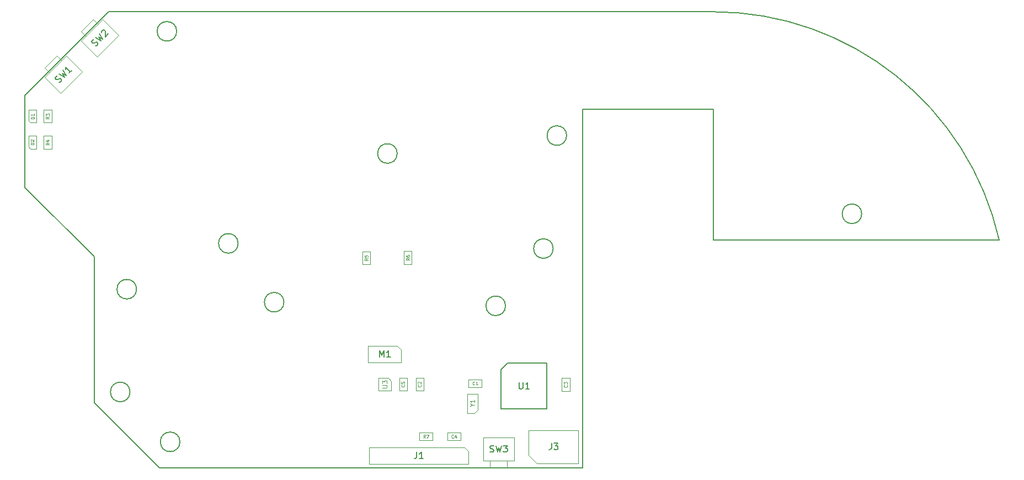
<source format=gbr>
%TF.GenerationSoftware,KiCad,Pcbnew,5.1.7+dfsg1-1~bpo10+1*%
%TF.CreationDate,2020-11-15T21:32:18+00:00*%
%TF.ProjectId,mobo,6d6f626f-2e6b-4696-9361-645f70636258,rev?*%
%TF.SameCoordinates,Original*%
%TF.FileFunction,Other,Fab,Top*%
%FSLAX45Y45*%
G04 Gerber Fmt 4.5, Leading zero omitted, Abs format (unit mm)*
G04 Created by KiCad (PCBNEW 5.1.7+dfsg1-1~bpo10+1) date 2020-11-15 21:32:18*
%MOMM*%
%LPD*%
G01*
G04 APERTURE LIST*
%TA.AperFunction,Profile*%
%ADD10C,0.200000*%
%TD*%
%ADD11C,0.100000*%
%ADD12C,0.150000*%
%ADD13C,0.080000*%
G04 APERTURE END LIST*
D10*
X10078686Y-16898000D02*
G75*
G03*
X10078686Y-16898000I-150000J0D01*
G01*
X9313000Y-16132314D02*
G75*
G03*
X9313000Y-16132314I-150000J0D01*
G01*
X18263000Y-11798000D02*
X16263000Y-11798000D01*
X18263000Y-13798000D02*
X18263000Y-11798000D01*
X10029424Y-10598000D02*
G75*
G03*
X10029424Y-10598000I-150000J0D01*
G01*
X20541427Y-13398000D02*
G75*
G03*
X20541427Y-13398000I-150000J0D01*
G01*
X8984826Y-10298000D02*
X18263000Y-10298000D01*
X7702340Y-11580485D02*
X8984826Y-10298000D01*
X10972211Y-13852451D02*
G75*
G03*
X10972211Y-13852451I-150000J0D01*
G01*
X15074964Y-14810514D02*
G75*
G03*
X15074964Y-14810514I-150000J0D01*
G01*
X11675420Y-14754866D02*
G75*
G03*
X11675420Y-14754866I-150000J0D01*
G01*
X16263000Y-17298000D02*
X9763000Y-17298000D01*
X16263000Y-11798000D02*
X16263000Y-17298000D01*
X13413000Y-12473000D02*
G75*
G03*
X13413000Y-12473000I-150000J0D01*
G01*
X9413000Y-14555359D02*
G75*
G03*
X9413000Y-14555359I-150000J0D01*
G01*
X7702340Y-12994699D02*
X7702340Y-11580485D01*
X8763000Y-14055359D02*
X7702340Y-12994699D01*
X15807333Y-13931598D02*
G75*
G03*
X15807333Y-13931598I-150000J0D01*
G01*
X8763000Y-16298000D02*
X8763000Y-14055359D01*
X9763000Y-17298000D02*
X8763000Y-16298000D01*
X22650482Y-13798000D02*
X18263000Y-13798000D01*
X18263000Y-10298000D02*
G75*
G02*
X22650482Y-13798000I0J-4500000D01*
G01*
X16013000Y-12198000D02*
G75*
G03*
X16013000Y-12198000I-150000J0D01*
G01*
D11*
X16060000Y-15920000D02*
X16060000Y-16120000D01*
X15940000Y-15920000D02*
X16060000Y-15920000D01*
X15940000Y-16120000D02*
X15940000Y-15920000D01*
X16060000Y-16120000D02*
X15940000Y-16120000D01*
X8579914Y-11217574D02*
X8247574Y-11549914D01*
X8332426Y-10970086D02*
X8000086Y-11302426D01*
X8247574Y-11549914D02*
X8000086Y-11302426D01*
X8579914Y-11217574D02*
X8332426Y-10970086D01*
X8187469Y-10973622D02*
X8003622Y-11157470D01*
X8187469Y-10973622D02*
X8258180Y-11044332D01*
X8003622Y-11157470D02*
X8074332Y-11228180D01*
X14710000Y-15940000D02*
X14710000Y-16060000D01*
X14710000Y-16060000D02*
X14510000Y-16060000D01*
X14510000Y-16060000D02*
X14510000Y-15940000D01*
X14510000Y-15940000D02*
X14710000Y-15940000D01*
X14185500Y-16875800D02*
X14185500Y-16755800D01*
X14185500Y-16755800D02*
X14385500Y-16755800D01*
X14385500Y-16755800D02*
X14385500Y-16875800D01*
X14385500Y-16875800D02*
X14185500Y-16875800D01*
X7877499Y-11800000D02*
X7757499Y-11800000D01*
X7877499Y-12000000D02*
X7877499Y-11800000D01*
X7787499Y-12000000D02*
X7877499Y-12000000D01*
X7757499Y-11970000D02*
X7787499Y-12000000D01*
X7757499Y-11800000D02*
X7757499Y-11970000D01*
X7755703Y-12200000D02*
X7755703Y-12370000D01*
X7755703Y-12370000D02*
X7785703Y-12400000D01*
X7785703Y-12400000D02*
X7875703Y-12400000D01*
X7875703Y-12400000D02*
X7875703Y-12200000D01*
X7875703Y-12200000D02*
X7755703Y-12200000D01*
X15560000Y-17227000D02*
X15433000Y-17100000D01*
X16195000Y-17227000D02*
X15560000Y-17227000D01*
X16195000Y-16719000D02*
X16195000Y-17227000D01*
X15433000Y-16719000D02*
X16195000Y-16719000D01*
X15433000Y-17100000D02*
X15433000Y-16719000D01*
X8110000Y-11800000D02*
X8110000Y-12000000D01*
X7990000Y-11800000D02*
X8110000Y-11800000D01*
X7990000Y-12000000D02*
X7990000Y-11800000D01*
X8110000Y-12000000D02*
X7990000Y-12000000D01*
X8110985Y-12400000D02*
X7990985Y-12400000D01*
X7990985Y-12400000D02*
X7990985Y-12200000D01*
X7990985Y-12200000D02*
X8110985Y-12200000D01*
X8110985Y-12200000D02*
X8110985Y-12400000D01*
X12880000Y-14175000D02*
X12880000Y-13975000D01*
X13000000Y-14175000D02*
X12880000Y-14175000D01*
X13000000Y-13975000D02*
X13000000Y-14175000D01*
X12880000Y-13975000D02*
X13000000Y-13975000D01*
X13635000Y-13970000D02*
X13635000Y-14170000D01*
X13515000Y-13970000D02*
X13635000Y-13970000D01*
X13515000Y-14170000D02*
X13515000Y-13970000D01*
X13635000Y-14170000D02*
X13515000Y-14170000D01*
X13753700Y-16755800D02*
X13953700Y-16755800D01*
X13753700Y-16875800D02*
X13753700Y-16755800D01*
X13953700Y-16875800D02*
X13753700Y-16875800D01*
X13953700Y-16755800D02*
X13953700Y-16875800D01*
D12*
X15010000Y-15790000D02*
X15110000Y-15690000D01*
X15010000Y-16390000D02*
X15010000Y-15790000D01*
X15710000Y-16390000D02*
X15010000Y-16390000D01*
X15710000Y-15690000D02*
X15710000Y-16390000D01*
X15110000Y-15690000D02*
X15710000Y-15690000D01*
D11*
X14603300Y-16459800D02*
X14493300Y-16459800D01*
X14653300Y-16409800D02*
X14653300Y-16159800D01*
X14653300Y-16409800D02*
X14603300Y-16459800D01*
X14493300Y-16159800D02*
X14493300Y-16459800D01*
X14653300Y-16159800D02*
X14493300Y-16159800D01*
X14443300Y-16981700D02*
X14506800Y-17045200D01*
X12982800Y-16981700D02*
X14443300Y-16981700D01*
X12982800Y-17235700D02*
X12982800Y-16981700D01*
X14506800Y-17235700D02*
X12982800Y-17235700D01*
X14506800Y-17045200D02*
X14506800Y-17235700D01*
X8563622Y-10597470D02*
X8634332Y-10668180D01*
X8747470Y-10413622D02*
X8818180Y-10484332D01*
X8747470Y-10413622D02*
X8563622Y-10597470D01*
X9139914Y-10657574D02*
X8892426Y-10410086D01*
X8807574Y-10989914D02*
X8560086Y-10742426D01*
X8892426Y-10410086D02*
X8560086Y-10742426D01*
X9139914Y-10657574D02*
X8807574Y-10989914D01*
X13818100Y-15914000D02*
X13818100Y-16114000D01*
X13698100Y-15914000D02*
X13818100Y-15914000D01*
X13698100Y-16114000D02*
X13698100Y-15914000D01*
X13818100Y-16114000D02*
X13698100Y-16114000D01*
X13444100Y-15914000D02*
X13564100Y-15914000D01*
X13564100Y-15914000D02*
X13564100Y-16114000D01*
X13564100Y-16114000D02*
X13444100Y-16114000D01*
X13444100Y-16114000D02*
X13444100Y-15914000D01*
X13413500Y-15423000D02*
X13477000Y-15486500D01*
X12969000Y-15423000D02*
X13413500Y-15423000D01*
X12969000Y-15677000D02*
X12969000Y-15423000D01*
X13477000Y-15677000D02*
X12969000Y-15677000D01*
X13477000Y-15486500D02*
X13477000Y-15677000D01*
X13324700Y-15964000D02*
X13324700Y-16114000D01*
X13324700Y-16114000D02*
X13124700Y-16114000D01*
X13124700Y-16114000D02*
X13124700Y-15914000D01*
X13124700Y-15914000D02*
X13274700Y-15914000D01*
X13324700Y-15964000D02*
X13274700Y-15914000D01*
X14735000Y-16835000D02*
X15205000Y-16835000D01*
X14735000Y-17185000D02*
X15205000Y-17185000D01*
X15205000Y-16835000D02*
X15205000Y-17185000D01*
X14735000Y-16835000D02*
X14735000Y-17185000D01*
X14840000Y-17285000D02*
X15100000Y-17285000D01*
X14840000Y-17285000D02*
X14840000Y-17185000D01*
X15100000Y-17285000D02*
X15100000Y-17185000D01*
D13*
X16017857Y-16028333D02*
X16020238Y-16030714D01*
X16022619Y-16037857D01*
X16022619Y-16042619D01*
X16020238Y-16049762D01*
X16015476Y-16054524D01*
X16010714Y-16056905D01*
X16001190Y-16059286D01*
X15994048Y-16059286D01*
X15984524Y-16056905D01*
X15979762Y-16054524D01*
X15975000Y-16049762D01*
X15972619Y-16042619D01*
X15972619Y-16037857D01*
X15975000Y-16030714D01*
X15977381Y-16028333D01*
X15972619Y-16011667D02*
X15972619Y-15980714D01*
X15991667Y-15997381D01*
X15991667Y-15990238D01*
X15994048Y-15985476D01*
X15996428Y-15983095D01*
X16001190Y-15980714D01*
X16013095Y-15980714D01*
X16017857Y-15983095D01*
X16020238Y-15985476D01*
X16022619Y-15990238D01*
X16022619Y-16004524D01*
X16020238Y-16009286D01*
X16017857Y-16011667D01*
D12*
X8224340Y-11382902D02*
X8237809Y-11376167D01*
X8254645Y-11359332D01*
X8258012Y-11349230D01*
X8258012Y-11342496D01*
X8254645Y-11332394D01*
X8247910Y-11325660D01*
X8237809Y-11322293D01*
X8231074Y-11322293D01*
X8220973Y-11325660D01*
X8204137Y-11335761D01*
X8194035Y-11339129D01*
X8187301Y-11339129D01*
X8177200Y-11335761D01*
X8170465Y-11329027D01*
X8167098Y-11318925D01*
X8167098Y-11312191D01*
X8170465Y-11302090D01*
X8187301Y-11285254D01*
X8200770Y-11278519D01*
X8220973Y-11251582D02*
X8308519Y-11305457D01*
X8271480Y-11241480D01*
X8335457Y-11278519D01*
X8281582Y-11190973D01*
X8416269Y-11197707D02*
X8375863Y-11238113D01*
X8396066Y-11217910D02*
X8325355Y-11147200D01*
X8328722Y-11164036D01*
X8328722Y-11177504D01*
X8325355Y-11187606D01*
D13*
X14601667Y-16017857D02*
X14599286Y-16020238D01*
X14592143Y-16022619D01*
X14587381Y-16022619D01*
X14580238Y-16020238D01*
X14575476Y-16015476D01*
X14573095Y-16010714D01*
X14570714Y-16001190D01*
X14570714Y-15994048D01*
X14573095Y-15984524D01*
X14575476Y-15979762D01*
X14580238Y-15975000D01*
X14587381Y-15972619D01*
X14592143Y-15972619D01*
X14599286Y-15975000D01*
X14601667Y-15977381D01*
X14649286Y-16022619D02*
X14620714Y-16022619D01*
X14635000Y-16022619D02*
X14635000Y-15972619D01*
X14630238Y-15979762D01*
X14625476Y-15984524D01*
X14620714Y-15986905D01*
X14277167Y-16833657D02*
X14274786Y-16836038D01*
X14267643Y-16838419D01*
X14262881Y-16838419D01*
X14255738Y-16836038D01*
X14250976Y-16831276D01*
X14248595Y-16826514D01*
X14246214Y-16816990D01*
X14246214Y-16809848D01*
X14248595Y-16800324D01*
X14250976Y-16795562D01*
X14255738Y-16790800D01*
X14262881Y-16788419D01*
X14267643Y-16788419D01*
X14274786Y-16790800D01*
X14277167Y-16793181D01*
X14320024Y-16805086D02*
X14320024Y-16838419D01*
X14308119Y-16786038D02*
X14296214Y-16821752D01*
X14327167Y-16821752D01*
X7840118Y-11936905D02*
X7790118Y-11936905D01*
X7790118Y-11925000D01*
X7792499Y-11917857D01*
X7797260Y-11913095D01*
X7802022Y-11910714D01*
X7811546Y-11908333D01*
X7818689Y-11908333D01*
X7828213Y-11910714D01*
X7832975Y-11913095D01*
X7837737Y-11917857D01*
X7840118Y-11925000D01*
X7840118Y-11936905D01*
X7840118Y-11860714D02*
X7840118Y-11889286D01*
X7840118Y-11875000D02*
X7790118Y-11875000D01*
X7797260Y-11879762D01*
X7802022Y-11884524D01*
X7804403Y-11889286D01*
X7838322Y-12336905D02*
X7788322Y-12336905D01*
X7788322Y-12325000D01*
X7790703Y-12317857D01*
X7795464Y-12313095D01*
X7800226Y-12310714D01*
X7809750Y-12308333D01*
X7816893Y-12308333D01*
X7826417Y-12310714D01*
X7831179Y-12313095D01*
X7835941Y-12317857D01*
X7838322Y-12325000D01*
X7838322Y-12336905D01*
X7793083Y-12289286D02*
X7790703Y-12286905D01*
X7788322Y-12282143D01*
X7788322Y-12270238D01*
X7790703Y-12265476D01*
X7793083Y-12263095D01*
X7797845Y-12260714D01*
X7802607Y-12260714D01*
X7809750Y-12263095D01*
X7838322Y-12291667D01*
X7838322Y-12260714D01*
D12*
X15780667Y-16918238D02*
X15780667Y-16989667D01*
X15775905Y-17003952D01*
X15766381Y-17013476D01*
X15752095Y-17018238D01*
X15742571Y-17018238D01*
X15818762Y-16918238D02*
X15880667Y-16918238D01*
X15847333Y-16956333D01*
X15861619Y-16956333D01*
X15871143Y-16961095D01*
X15875905Y-16965857D01*
X15880667Y-16975381D01*
X15880667Y-16999190D01*
X15875905Y-17008714D01*
X15871143Y-17013476D01*
X15861619Y-17018238D01*
X15833048Y-17018238D01*
X15823524Y-17013476D01*
X15818762Y-17008714D01*
D13*
X8072619Y-11908333D02*
X8048809Y-11925000D01*
X8072619Y-11936905D02*
X8022619Y-11936905D01*
X8022619Y-11917857D01*
X8025000Y-11913095D01*
X8027381Y-11910714D01*
X8032143Y-11908333D01*
X8039286Y-11908333D01*
X8044048Y-11910714D01*
X8046428Y-11913095D01*
X8048809Y-11917857D01*
X8048809Y-11936905D01*
X8022619Y-11891667D02*
X8022619Y-11860714D01*
X8041667Y-11877381D01*
X8041667Y-11870238D01*
X8044048Y-11865476D01*
X8046428Y-11863095D01*
X8051190Y-11860714D01*
X8063095Y-11860714D01*
X8067857Y-11863095D01*
X8070238Y-11865476D01*
X8072619Y-11870238D01*
X8072619Y-11884524D01*
X8070238Y-11889286D01*
X8067857Y-11891667D01*
X8073604Y-12308333D02*
X8049795Y-12325000D01*
X8073604Y-12336905D02*
X8023604Y-12336905D01*
X8023604Y-12317857D01*
X8025985Y-12313095D01*
X8028366Y-12310714D01*
X8033128Y-12308333D01*
X8040271Y-12308333D01*
X8045033Y-12310714D01*
X8047414Y-12313095D01*
X8049795Y-12317857D01*
X8049795Y-12336905D01*
X8040271Y-12265476D02*
X8073604Y-12265476D01*
X8021223Y-12277381D02*
X8056938Y-12289286D01*
X8056938Y-12258333D01*
X12962619Y-14083333D02*
X12938809Y-14100000D01*
X12962619Y-14111905D02*
X12912619Y-14111905D01*
X12912619Y-14092857D01*
X12915000Y-14088095D01*
X12917381Y-14085714D01*
X12922143Y-14083333D01*
X12929286Y-14083333D01*
X12934048Y-14085714D01*
X12936428Y-14088095D01*
X12938809Y-14092857D01*
X12938809Y-14111905D01*
X12912619Y-14038095D02*
X12912619Y-14061905D01*
X12936428Y-14064286D01*
X12934048Y-14061905D01*
X12931667Y-14057143D01*
X12931667Y-14045238D01*
X12934048Y-14040476D01*
X12936428Y-14038095D01*
X12941190Y-14035714D01*
X12953095Y-14035714D01*
X12957857Y-14038095D01*
X12960238Y-14040476D01*
X12962619Y-14045238D01*
X12962619Y-14057143D01*
X12960238Y-14061905D01*
X12957857Y-14064286D01*
X13597619Y-14078333D02*
X13573809Y-14095000D01*
X13597619Y-14106905D02*
X13547619Y-14106905D01*
X13547619Y-14087857D01*
X13550000Y-14083095D01*
X13552381Y-14080714D01*
X13557143Y-14078333D01*
X13564286Y-14078333D01*
X13569048Y-14080714D01*
X13571428Y-14083095D01*
X13573809Y-14087857D01*
X13573809Y-14106905D01*
X13547619Y-14035476D02*
X13547619Y-14045000D01*
X13550000Y-14049762D01*
X13552381Y-14052143D01*
X13559524Y-14056905D01*
X13569048Y-14059286D01*
X13588095Y-14059286D01*
X13592857Y-14056905D01*
X13595238Y-14054524D01*
X13597619Y-14049762D01*
X13597619Y-14040238D01*
X13595238Y-14035476D01*
X13592857Y-14033095D01*
X13588095Y-14030714D01*
X13576190Y-14030714D01*
X13571428Y-14033095D01*
X13569048Y-14035476D01*
X13566667Y-14040238D01*
X13566667Y-14049762D01*
X13569048Y-14054524D01*
X13571428Y-14056905D01*
X13576190Y-14059286D01*
X13845367Y-16838419D02*
X13828700Y-16814610D01*
X13816795Y-16838419D02*
X13816795Y-16788419D01*
X13835843Y-16788419D01*
X13840605Y-16790800D01*
X13842986Y-16793181D01*
X13845367Y-16797943D01*
X13845367Y-16805086D01*
X13842986Y-16809848D01*
X13840605Y-16812229D01*
X13835843Y-16814610D01*
X13816795Y-16814610D01*
X13862033Y-16788419D02*
X13895367Y-16788419D01*
X13873938Y-16838419D01*
D12*
X15283809Y-15985238D02*
X15283809Y-16066190D01*
X15288571Y-16075714D01*
X15293333Y-16080476D01*
X15302857Y-16085238D01*
X15321905Y-16085238D01*
X15331428Y-16080476D01*
X15336190Y-16075714D01*
X15340952Y-16066190D01*
X15340952Y-15985238D01*
X15440952Y-16085238D02*
X15383809Y-16085238D01*
X15412381Y-16085238D02*
X15412381Y-15985238D01*
X15402857Y-15999524D01*
X15393333Y-16009048D01*
X15383809Y-16013809D01*
D13*
X14566871Y-16328371D02*
X14595443Y-16328371D01*
X14535443Y-16348371D02*
X14566871Y-16328371D01*
X14535443Y-16308371D01*
X14595443Y-16256943D02*
X14595443Y-16291228D01*
X14595443Y-16274086D02*
X14535443Y-16274086D01*
X14544014Y-16279800D01*
X14549728Y-16285514D01*
X14552586Y-16291228D01*
D12*
X13711467Y-17053938D02*
X13711467Y-17125367D01*
X13706705Y-17139652D01*
X13697181Y-17149176D01*
X13682895Y-17153938D01*
X13673371Y-17153938D01*
X13811467Y-17153938D02*
X13754324Y-17153938D01*
X13782895Y-17153938D02*
X13782895Y-17053938D01*
X13773371Y-17068224D01*
X13763848Y-17077748D01*
X13754324Y-17082510D01*
X8784340Y-10822902D02*
X8797809Y-10816168D01*
X8814645Y-10799332D01*
X8818012Y-10789230D01*
X8818012Y-10782496D01*
X8814645Y-10772394D01*
X8807910Y-10765660D01*
X8797809Y-10762293D01*
X8791074Y-10762293D01*
X8780973Y-10765660D01*
X8764137Y-10775761D01*
X8754036Y-10779129D01*
X8747301Y-10779129D01*
X8737200Y-10775761D01*
X8730465Y-10769027D01*
X8727098Y-10758926D01*
X8727098Y-10752191D01*
X8730465Y-10742090D01*
X8747301Y-10725254D01*
X8760770Y-10718519D01*
X8780973Y-10691582D02*
X8868519Y-10745457D01*
X8831481Y-10681481D01*
X8895457Y-10718519D01*
X8841582Y-10630973D01*
X8871887Y-10614137D02*
X8871887Y-10607403D01*
X8875254Y-10597301D01*
X8892090Y-10580465D01*
X8902191Y-10577098D01*
X8908926Y-10577098D01*
X8919027Y-10580465D01*
X8925761Y-10587200D01*
X8932496Y-10600668D01*
X8932496Y-10681481D01*
X8976269Y-10637707D01*
D13*
X13775957Y-16022333D02*
X13778338Y-16024714D01*
X13780719Y-16031857D01*
X13780719Y-16036619D01*
X13778338Y-16043762D01*
X13773576Y-16048524D01*
X13768814Y-16050905D01*
X13759290Y-16053286D01*
X13752148Y-16053286D01*
X13742624Y-16050905D01*
X13737862Y-16048524D01*
X13733100Y-16043762D01*
X13730719Y-16036619D01*
X13730719Y-16031857D01*
X13733100Y-16024714D01*
X13735481Y-16022333D01*
X13735481Y-16003286D02*
X13733100Y-16000905D01*
X13730719Y-15996143D01*
X13730719Y-15984238D01*
X13733100Y-15979476D01*
X13735481Y-15977095D01*
X13740243Y-15974714D01*
X13745005Y-15974714D01*
X13752148Y-15977095D01*
X13780719Y-16005667D01*
X13780719Y-15974714D01*
X13521957Y-16022333D02*
X13524338Y-16024714D01*
X13526719Y-16031857D01*
X13526719Y-16036619D01*
X13524338Y-16043762D01*
X13519576Y-16048524D01*
X13514814Y-16050905D01*
X13505290Y-16053286D01*
X13498148Y-16053286D01*
X13488624Y-16050905D01*
X13483862Y-16048524D01*
X13479100Y-16043762D01*
X13476719Y-16036619D01*
X13476719Y-16031857D01*
X13479100Y-16024714D01*
X13481481Y-16022333D01*
X13476719Y-15977095D02*
X13476719Y-16000905D01*
X13500528Y-16003286D01*
X13498148Y-16000905D01*
X13495767Y-15996143D01*
X13495767Y-15984238D01*
X13498148Y-15979476D01*
X13500528Y-15977095D01*
X13505290Y-15974714D01*
X13517195Y-15974714D01*
X13521957Y-15977095D01*
X13524338Y-15979476D01*
X13526719Y-15984238D01*
X13526719Y-15996143D01*
X13524338Y-16000905D01*
X13521957Y-16003286D01*
D12*
X13142048Y-15595238D02*
X13142048Y-15495238D01*
X13175381Y-15566667D01*
X13208714Y-15495238D01*
X13208714Y-15595238D01*
X13308714Y-15595238D02*
X13251571Y-15595238D01*
X13280143Y-15595238D02*
X13280143Y-15495238D01*
X13270619Y-15509524D01*
X13261095Y-15519048D01*
X13251571Y-15523809D01*
D11*
X13186367Y-16067333D02*
X13243033Y-16067333D01*
X13249700Y-16064000D01*
X13253033Y-16060667D01*
X13256367Y-16054000D01*
X13256367Y-16040667D01*
X13253033Y-16034000D01*
X13249700Y-16030667D01*
X13243033Y-16027333D01*
X13186367Y-16027333D01*
X13186367Y-16000667D02*
X13186367Y-15957333D01*
X13213033Y-15980667D01*
X13213033Y-15970667D01*
X13216367Y-15964000D01*
X13219700Y-15960667D01*
X13226367Y-15957333D01*
X13243033Y-15957333D01*
X13249700Y-15960667D01*
X13253033Y-15964000D01*
X13256367Y-15970667D01*
X13256367Y-15990667D01*
X13253033Y-15997333D01*
X13249700Y-16000667D01*
D12*
X14836667Y-17050476D02*
X14850952Y-17055238D01*
X14874762Y-17055238D01*
X14884286Y-17050476D01*
X14889048Y-17045714D01*
X14893809Y-17036190D01*
X14893809Y-17026667D01*
X14889048Y-17017143D01*
X14884286Y-17012381D01*
X14874762Y-17007619D01*
X14855714Y-17002857D01*
X14846190Y-16998095D01*
X14841428Y-16993333D01*
X14836667Y-16983810D01*
X14836667Y-16974286D01*
X14841428Y-16964762D01*
X14846190Y-16960000D01*
X14855714Y-16955238D01*
X14879524Y-16955238D01*
X14893809Y-16960000D01*
X14927143Y-16955238D02*
X14950952Y-17055238D01*
X14970000Y-16983810D01*
X14989048Y-17055238D01*
X15012857Y-16955238D01*
X15041428Y-16955238D02*
X15103333Y-16955238D01*
X15070000Y-16993333D01*
X15084286Y-16993333D01*
X15093809Y-16998095D01*
X15098571Y-17002857D01*
X15103333Y-17012381D01*
X15103333Y-17036190D01*
X15098571Y-17045714D01*
X15093809Y-17050476D01*
X15084286Y-17055238D01*
X15055714Y-17055238D01*
X15046190Y-17050476D01*
X15041428Y-17045714D01*
M02*

</source>
